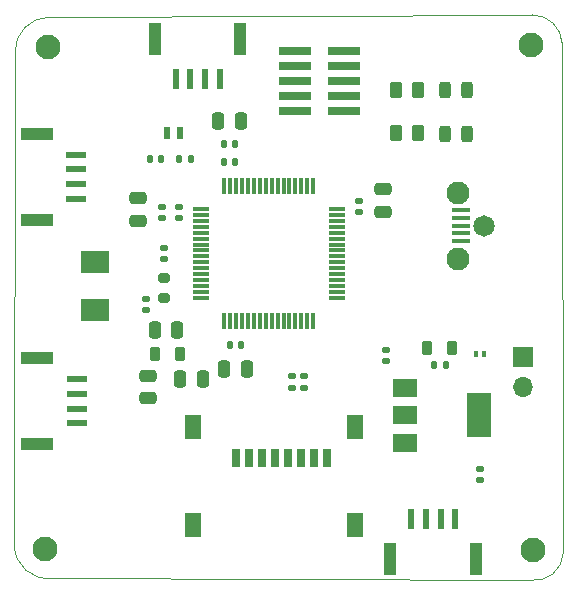
<source format=gbr>
%TF.GenerationSoftware,KiCad,Pcbnew,(6.0.7)*%
%TF.CreationDate,2022-11-06T12:05:46+05:30*%
%TF.ProjectId,Interface_PCB,496e7465-7266-4616-9365-5f5043422e6b,rev?*%
%TF.SameCoordinates,Original*%
%TF.FileFunction,Soldermask,Top*%
%TF.FilePolarity,Negative*%
%FSLAX46Y46*%
G04 Gerber Fmt 4.6, Leading zero omitted, Abs format (unit mm)*
G04 Created by KiCad (PCBNEW (6.0.7)) date 2022-11-06 12:05:46*
%MOMM*%
%LPD*%
G01*
G04 APERTURE LIST*
G04 Aperture macros list*
%AMRoundRect*
0 Rectangle with rounded corners*
0 $1 Rounding radius*
0 $2 $3 $4 $5 $6 $7 $8 $9 X,Y pos of 4 corners*
0 Add a 4 corners polygon primitive as box body*
4,1,4,$2,$3,$4,$5,$6,$7,$8,$9,$2,$3,0*
0 Add four circle primitives for the rounded corners*
1,1,$1+$1,$2,$3*
1,1,$1+$1,$4,$5*
1,1,$1+$1,$6,$7*
1,1,$1+$1,$8,$9*
0 Add four rect primitives between the rounded corners*
20,1,$1+$1,$2,$3,$4,$5,0*
20,1,$1+$1,$4,$5,$6,$7,0*
20,1,$1+$1,$6,$7,$8,$9,0*
20,1,$1+$1,$8,$9,$2,$3,0*%
G04 Aperture macros list end*
%TA.AperFunction,Profile*%
%ADD10C,0.100000*%
%TD*%
%ADD11R,1.475000X0.300000*%
%ADD12R,0.300000X1.475000*%
%ADD13R,1.700000X1.700000*%
%ADD14O,1.700000X1.700000*%
%ADD15R,1.700000X0.600000*%
%ADD16R,2.800000X1.000000*%
%ADD17RoundRect,0.250000X-0.250000X-0.475000X0.250000X-0.475000X0.250000X0.475000X-0.250000X0.475000X0*%
%ADD18RoundRect,0.250000X0.250000X0.475000X-0.250000X0.475000X-0.250000X-0.475000X0.250000X-0.475000X0*%
%ADD19C,2.100000*%
%ADD20RoundRect,0.140000X-0.140000X-0.170000X0.140000X-0.170000X0.140000X0.170000X-0.140000X0.170000X0*%
%ADD21RoundRect,0.250000X-0.475000X0.250000X-0.475000X-0.250000X0.475000X-0.250000X0.475000X0.250000X0*%
%ADD22R,0.800000X1.500000*%
%ADD23R,1.450000X2.000000*%
%ADD24RoundRect,0.140000X-0.170000X0.140000X-0.170000X-0.140000X0.170000X-0.140000X0.170000X0.140000X0*%
%ADD25R,2.400000X1.900000*%
%ADD26RoundRect,0.200000X-0.275000X0.200000X-0.275000X-0.200000X0.275000X-0.200000X0.275000X0.200000X0*%
%ADD27RoundRect,0.250000X-0.262500X-0.450000X0.262500X-0.450000X0.262500X0.450000X-0.262500X0.450000X0*%
%ADD28RoundRect,0.140000X0.140000X0.170000X-0.140000X0.170000X-0.140000X-0.170000X0.140000X-0.170000X0*%
%ADD29R,0.500000X1.000000*%
%ADD30R,0.350000X0.600000*%
%ADD31RoundRect,0.135000X-0.185000X0.135000X-0.185000X-0.135000X0.185000X-0.135000X0.185000X0.135000X0*%
%ADD32RoundRect,0.243750X0.243750X0.456250X-0.243750X0.456250X-0.243750X-0.456250X0.243750X-0.456250X0*%
%ADD33RoundRect,0.218750X-0.218750X-0.381250X0.218750X-0.381250X0.218750X0.381250X-0.218750X0.381250X0*%
%ADD34R,0.600000X1.700000*%
%ADD35R,1.000000X2.800000*%
%ADD36R,2.000000X1.500000*%
%ADD37R,2.000000X3.800000*%
%ADD38R,2.790000X0.740000*%
%ADD39R,1.500000X0.450000*%
%ADD40C,1.950000*%
%ADD41C,1.815000*%
G04 APERTURE END LIST*
D10*
X117094000Y-83007162D02*
G75*
G03*
X114147600Y-86004400I-400J-2946438D01*
G01*
X117246400Y-130530600D02*
X157748260Y-130697260D01*
X160477221Y-85216999D02*
G75*
G03*
X157962600Y-82829400I-2514621J-130401D01*
G01*
X157748256Y-130697285D02*
G75*
G03*
X160578800Y-128371600I379644J2423285D01*
G01*
X114096800Y-127736600D02*
X114147600Y-86004400D01*
X117094000Y-83007200D02*
X157962600Y-82829400D01*
X160477200Y-85217000D02*
X160578800Y-128371600D01*
X114096788Y-127736600D02*
G75*
G03*
X117246400Y-130530600I2834212J22700D01*
G01*
D11*
%TO.C,IC1*%
X129898000Y-99272400D03*
X129898000Y-99772400D03*
X129898000Y-100272400D03*
X129898000Y-100772400D03*
X129898000Y-101272400D03*
X129898000Y-101772400D03*
X129898000Y-102272400D03*
X129898000Y-102772400D03*
X129898000Y-103272400D03*
X129898000Y-103772400D03*
X129898000Y-104272400D03*
X129898000Y-104772400D03*
X129898000Y-105272400D03*
X129898000Y-105772400D03*
X129898000Y-106272400D03*
X129898000Y-106772400D03*
D12*
X131886000Y-108760400D03*
X132386000Y-108760400D03*
X132886000Y-108760400D03*
X133386000Y-108760400D03*
X133886000Y-108760400D03*
X134386000Y-108760400D03*
X134886000Y-108760400D03*
X135386000Y-108760400D03*
X135886000Y-108760400D03*
X136386000Y-108760400D03*
X136886000Y-108760400D03*
X137386000Y-108760400D03*
X137886000Y-108760400D03*
X138386000Y-108760400D03*
X138886000Y-108760400D03*
X139386000Y-108760400D03*
D11*
X141374000Y-106772400D03*
X141374000Y-106272400D03*
X141374000Y-105772400D03*
X141374000Y-105272400D03*
X141374000Y-104772400D03*
X141374000Y-104272400D03*
X141374000Y-103772400D03*
X141374000Y-103272400D03*
X141374000Y-102772400D03*
X141374000Y-102272400D03*
X141374000Y-101772400D03*
X141374000Y-101272400D03*
X141374000Y-100772400D03*
X141374000Y-100272400D03*
X141374000Y-99772400D03*
X141374000Y-99272400D03*
D12*
X139386000Y-97284400D03*
X138886000Y-97284400D03*
X138386000Y-97284400D03*
X137886000Y-97284400D03*
X137386000Y-97284400D03*
X136886000Y-97284400D03*
X136386000Y-97284400D03*
X135886000Y-97284400D03*
X135386000Y-97284400D03*
X134886000Y-97284400D03*
X134386000Y-97284400D03*
X133886000Y-97284400D03*
X133386000Y-97284400D03*
X132886000Y-97284400D03*
X132386000Y-97284400D03*
X131886000Y-97284400D03*
%TD*%
D13*
%TO.C,J8*%
X157200600Y-111760000D03*
D14*
X157200600Y-114300000D03*
%TD*%
D15*
%TO.C,J3*%
X119395400Y-117418600D03*
X119395400Y-116168600D03*
X119395400Y-114918600D03*
X119395400Y-113668600D03*
D16*
X116045400Y-119168600D03*
X116045400Y-111918600D03*
%TD*%
D17*
%TO.C,CB3*%
X131355600Y-91793600D03*
X133255600Y-91793600D03*
%TD*%
D18*
%TO.C,CB2*%
X133755600Y-112793600D03*
X131855600Y-112793600D03*
%TD*%
D19*
%TO.C,H2*%
X116679909Y-128042414D03*
%TD*%
D20*
%TO.C,CD6*%
X131825600Y-93793600D03*
X132785600Y-93793600D03*
%TD*%
D17*
%TO.C,CMS1*%
X128132800Y-113690400D03*
X130032800Y-113690400D03*
%TD*%
D21*
%TO.C,CMS2*%
X125374400Y-113400800D03*
X125374400Y-115300800D03*
%TD*%
D22*
%TO.C,J6*%
X132855600Y-120343600D03*
X133955600Y-120343600D03*
X135055600Y-120343600D03*
X136155600Y-120343600D03*
X137255600Y-120343600D03*
X138355600Y-120343600D03*
X139455600Y-120343600D03*
X140555600Y-120343600D03*
D23*
X129180600Y-117743600D03*
X142930600Y-117743600D03*
X129180600Y-126043600D03*
X142930600Y-126043600D03*
%TD*%
D24*
%TO.C,CR2*%
X153543000Y-121287600D03*
X153543000Y-122247600D03*
%TD*%
D25*
%TO.C,Y2*%
X120954800Y-107841000D03*
X120954800Y-103741000D03*
%TD*%
D26*
%TO.C,RExt1*%
X126805600Y-105118400D03*
X126805600Y-106768400D03*
%TD*%
D18*
%TO.C,CMS3*%
X127873800Y-109524800D03*
X125973800Y-109524800D03*
%TD*%
D27*
%TO.C,R2*%
X146432900Y-89179400D03*
X148257900Y-89179400D03*
%TD*%
D19*
%TO.C,H3*%
X116941600Y-85572600D03*
%TD*%
D20*
%TO.C,Cl1*%
X125575600Y-95043600D03*
X126535600Y-95043600D03*
%TD*%
D21*
%TO.C,CB1*%
X124555600Y-98343600D03*
X124555600Y-100243600D03*
%TD*%
D28*
%TO.C,Cl2*%
X129035600Y-95043600D03*
X128075600Y-95043600D03*
%TD*%
D29*
%TO.C,Y1*%
X127005600Y-92793600D03*
X128105600Y-92793600D03*
%TD*%
D27*
%TO.C,R1*%
X146407500Y-92811600D03*
X148232500Y-92811600D03*
%TD*%
D30*
%TO.C,DEXT1*%
X153218000Y-111531400D03*
X153868000Y-111531400D03*
%TD*%
D24*
%TO.C,CR1*%
X145542000Y-111203800D03*
X145542000Y-112163800D03*
%TD*%
D31*
%TO.C,RSPI1*%
X137591800Y-113434400D03*
X137591800Y-114454400D03*
%TD*%
D32*
%TO.C,D2*%
X152448500Y-89179400D03*
X150573500Y-89179400D03*
%TD*%
D24*
%TO.C,Cl4*%
X126805600Y-102563600D03*
X126805600Y-103523600D03*
%TD*%
%TO.C,CD3*%
X143305600Y-98563600D03*
X143305600Y-99523600D03*
%TD*%
%TO.C,Cl3*%
X125222000Y-106857800D03*
X125222000Y-107817800D03*
%TD*%
D19*
%TO.C,H1*%
X157810200Y-85369400D03*
%TD*%
D33*
%TO.C,LMS1*%
X125988300Y-111506000D03*
X128113300Y-111506000D03*
%TD*%
D24*
%TO.C,CD5*%
X126555600Y-99063600D03*
X126555600Y-100023600D03*
%TD*%
D15*
%TO.C,J4*%
X119327600Y-98418600D03*
X119327600Y-97168600D03*
X119327600Y-95918600D03*
X119327600Y-94668600D03*
D16*
X115977600Y-100168600D03*
X115977600Y-92918600D03*
%TD*%
D34*
%TO.C,J1*%
X151430600Y-125521600D03*
X150180600Y-125521600D03*
X148930600Y-125521600D03*
X147680600Y-125521600D03*
D35*
X153180600Y-128871600D03*
X145930600Y-128871600D03*
%TD*%
D31*
%TO.C,RSPI2*%
X138633200Y-113434400D03*
X138633200Y-114454400D03*
%TD*%
D20*
%TO.C,CD2*%
X131825600Y-95293600D03*
X132785600Y-95293600D03*
%TD*%
D34*
%TO.C,J2*%
X127741200Y-88255000D03*
X128991200Y-88255000D03*
X130241200Y-88255000D03*
X131491200Y-88255000D03*
D35*
X125991200Y-84905000D03*
X133241200Y-84905000D03*
%TD*%
D24*
%TO.C,CD1*%
X128055600Y-99063600D03*
X128055600Y-100023600D03*
%TD*%
D32*
%TO.C,D1*%
X152397700Y-92887800D03*
X150522700Y-92887800D03*
%TD*%
D36*
%TO.C,U1*%
X147141800Y-114438400D03*
D37*
X153441800Y-116738400D03*
D36*
X147141800Y-116738400D03*
X147141800Y-119038400D03*
%TD*%
D28*
%TO.C,CD4*%
X133285600Y-110793600D03*
X132325600Y-110793600D03*
%TD*%
D33*
%TO.C,LR1*%
X149000700Y-111023400D03*
X151125700Y-111023400D03*
%TD*%
D19*
%TO.C,H4*%
X157980309Y-128144014D03*
%TD*%
D21*
%TO.C,CB4*%
X145305600Y-97593600D03*
X145305600Y-99493600D03*
%TD*%
D38*
%TO.C,J5*%
X141967900Y-90982800D03*
X137897900Y-90982800D03*
X141967900Y-89712800D03*
X137897900Y-89712800D03*
X141967900Y-88442800D03*
X137897900Y-88442800D03*
X141967900Y-87172800D03*
X137897900Y-87172800D03*
X141967900Y-85902800D03*
X137897900Y-85902800D03*
%TD*%
D39*
%TO.C,J7*%
X151929400Y-101985600D03*
X151929400Y-101335600D03*
X151929400Y-100685600D03*
X151929400Y-100035600D03*
X151929400Y-99385600D03*
D40*
X151679400Y-103485600D03*
X151679400Y-97885600D03*
D41*
X153828400Y-100685600D03*
%TD*%
D28*
%TO.C,CR3*%
X150619400Y-112496600D03*
X149659400Y-112496600D03*
%TD*%
M02*

</source>
